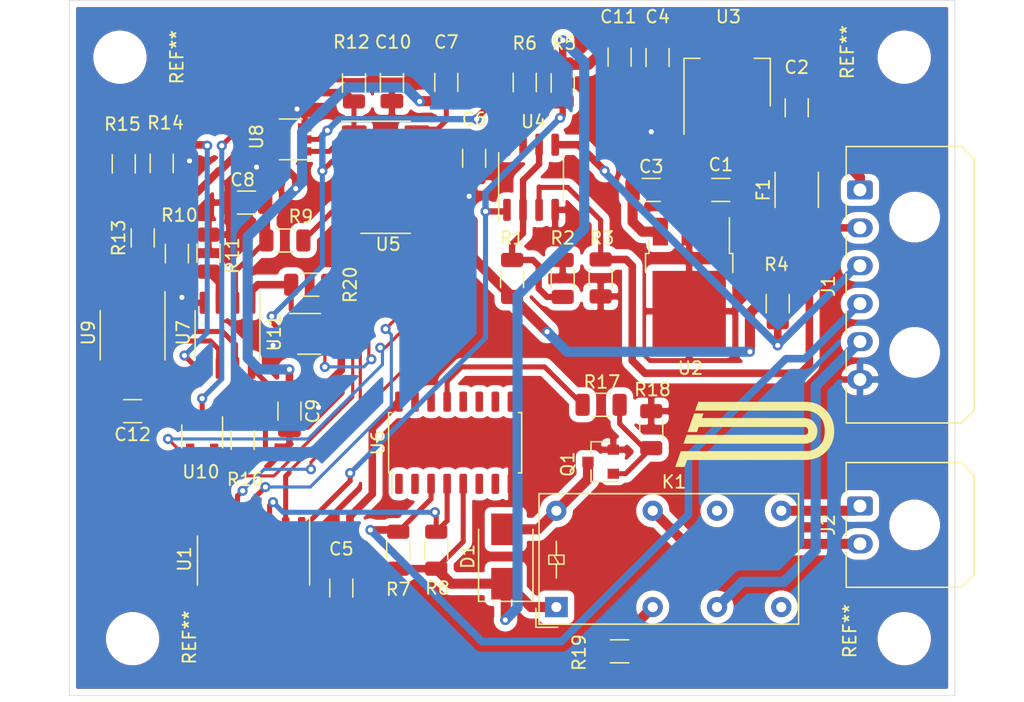
<source format=kicad_pcb>
(kicad_pcb (version 20171130) (host pcbnew "(5.1.4)-1")
  (layers (0 F.Cu signal) (31 B.Cu signal) (34 B.Paste user) (35 F.Paste user) (36 B.SilkS user) (37 F.SilkS user) (38 B.Mask user) (39 F.Mask user) (44 Edge.Cuts user))
  (net 0 "")
  (net 1 GND)
  (net 2 +24V)
  (net 3 +12V)
  (net 4 +5V)
  (net 5 "Net-(C8-Pad1)")
  (net 6 "Net-(C10-Pad1)")
  (net 7 "Net-(F1-Pad2)")
  (net 8 COCKPIT_LED)
  (net 9 EXT_RESET)
  (net 10 IMD_PWM_LS)
  (net 11 IMD_OK_HS)
  (net 12 SAFETY_2)
  (net 13 SAFETY_1)
  (net 14 "Net-(K1-Pad14)")
  (net 15 "Net-(K1-Pad11)")
  (net 16 "Net-(K1-Pad22)")
  (net 17 "Net-(Q1-Pad1)")
  (net 18 "Net-(R1-Pad2)")
  (net 19 OK_HS_TTL)
  (net 20 PWM_TTL)
  (net 21 "Net-(R8-Pad2)")
  (net 22 "Net-(R9-Pad2)")
  (net 23 "Net-(R10-Pad1)")
  (net 24 "Net-(R12-Pad2)")
  (net 25 "Net-(R13-Pad1)")
  (net 26 "Net-(R14-Pad1)")
  (net 27 "Net-(R16-Pad2)")
  (net 28 "Net-(R17-Pad2)")
  (net 29 PWM_OK)
  (net 30 "Net-(U5-Pad4)")
  (net 31 "Net-(U5-Pad2)")
  (net 32 "Net-(U6-Pad15)")
  (net 33 "Net-(U6-Pad14)")
  (net 34 "Net-(U6-Pad12)")
  (net 35 "Net-(U6-Pad11)")
  (net 36 "Net-(U6-Pad10)")
  (net 37 "Net-(U6-Pad9)")
  (net 38 "Net-(U6-Pad7)")
  (net 39 "Net-(U6-Pad6)")
  (net 40 "Net-(U6-Pad1)")
  (net 41 "Net-(D1-Pad2)")
  (net 42 "Net-(R20-Pad2)")
  (net 43 "Net-(U1-Pad6)")
  (net 44 "Net-(U1-Pad5)")
  (net 45 "Net-(U1-Pad4)")
  (net 46 "Net-(U1-Pad2)")
  (net 47 DUTY_OK)
  (module Logos:PUTM_LOGO_15mm (layer F.Cu) (at 178.8 101.7)
    (fp_text reference G*** hide)
    (fp_text value LOGO hide)
  )
  (module Package_SO:SOIC-14_3.9x8.7mm_P1.27mm (layer F.Cu) (at 150 81.5)
    (fp_text reference U5 (at 0.2 5.3) (layer F.SilkS))
    (fp_text value 74AC04SC)
    (pad 14 smd roundrect (at 2.475 -3.81) (size 1.95 0.6) (layers F.Cu F.Paste F.Mask) (net 4 +5V))
    (pad 13 smd roundrect (at 2.475 -2.54) (size 1.95 0.6) (layers F.Cu F.Paste F.Mask) (net 43 "Net-(U1-Pad6)"))
    (pad 12 smd roundrect (at 2.475 -1.27) (size 1.95 0.6) (layers F.Cu F.Paste F.Mask) (net 46 "Net-(U1-Pad2)"))
    (pad 11 smd roundrect (at 2.475 0) (size 1.95 0.6) (layers F.Cu F.Paste F.Mask) (net 47 DUTY_OK))
    (pad 10 smd roundrect (at 2.475 1.27) (size 1.95 0.6) (layers F.Cu F.Paste F.Mask) (net 44 "Net-(U1-Pad5)"))
    (pad 9 smd roundrect (at 2.475 2.54) (size 1.95 0.6) (layers F.Cu F.Paste F.Mask) (net 29 PWM_OK))
    (pad 8 smd roundrect (at 2.475 3.81) (size 1.95 0.6) (layers F.Cu F.Paste F.Mask) (net 45 "Net-(U1-Pad4)"))
    (pad 7 smd roundrect (at -2.475 3.81) (size 1.95 0.6) (layers F.Cu F.Paste F.Mask) (net 1 GND))
    (pad 6 smd roundrect (at -2.475 2.54) (size 1.95 0.6) (layers F.Cu F.Paste F.Mask) (net 22 "Net-(R9-Pad2)"))
    (pad 5 smd roundrect (at -2.475 1.27) (size 1.95 0.6) (layers F.Cu F.Paste F.Mask) (net 30 "Net-(U5-Pad4)"))
    (pad 4 smd roundrect (at -2.475 0) (size 1.95 0.6) (layers F.Cu F.Paste F.Mask) (net 30 "Net-(U5-Pad4)"))
    (pad 3 smd roundrect (at -2.475 -1.27) (size 1.95 0.6) (layers F.Cu F.Paste F.Mask) (net 20 PWM_TTL))
    (pad 2 smd roundrect (at -2.475 -2.54) (size 1.95 0.6) (layers F.Cu F.Paste F.Mask) (net 31 "Net-(U5-Pad2)"))
    (pad 1 smd roundrect (at -2.475 -3.81) (size 1.95 0.6) (layers F.Cu F.Paste F.Mask) (net 24 "Net-(R12-Pad2)"))
  )
  (module MountingHole:MountingHole_3.2mm_M3 (layer F.Cu) (at 191 72)
    (fp_text reference REF** (at -4.5 -0.4 90) (layer F.SilkS))
    (fp_text value MountingHole_3.2mm_M3)
    (pad 1 np_thru_hole circle (at 0 0) (size 3.2 3.2) (drill 3.2) (layers *.Cu *.Mask))
  )
  (module MountingHole:MountingHole_3.2mm_M3 (layer F.Cu) (at 129 72)
    (fp_text reference REF** (at 4.5 0 90) (layer F.SilkS))
    (fp_text value MountingHole_3.2mm_M3)
    (pad 1 np_thru_hole circle (at 0 0) (size 3.2 3.2) (drill 3.2) (layers *.Cu *.Mask))
  )
  (module MountingHole:MountingHole_3.2mm_M3 (layer F.Cu) (at 191 118)
    (fp_text reference REF** (at -4.3 -0.6 90) (layer F.SilkS))
    (fp_text value MountingHole_3.2mm_M3)
    (pad 1 np_thru_hole circle (at 0 0) (size 3.2 3.2) (drill 3.2) (layers *.Cu *.Mask))
  )
  (module MountingHole:MountingHole_3.2mm_M3 (layer F.Cu) (at 130 118)
    (fp_text reference REF** (at 4.5 -0.1 90) (layer F.SilkS))
    (fp_text value MountingHole_3.2mm_M3)
    (pad 1 np_thru_hole circle (at 0 0) (size 3.2 3.2) (drill 3.2) (layers *.Cu *.Mask))
  )
  (module Capacitor_SMD:C_1206_3216Metric (layer F.Cu) (at 176.5 82.5 180)
    (fp_text reference C1 (at 0 2) (layer F.SilkS))
    (fp_text value 1u/35V)
    (pad 2 smd roundrect (at 1.475 0 180) (size 1.15 1.8) (layers F.Cu F.Paste F.Mask) (roundrect_rratio 0.2173904347826087) (net 1 GND))
    (pad 1 smd roundrect (at -1.475 0 180) (size 1.15 1.8) (layers F.Cu F.Paste F.Mask) (roundrect_rratio 0.2173904347826087) (net 2 +24V))
  )
  (module Capacitor_SMD:C_1206_3216Metric (layer F.Cu) (at 182.5 76 90)
    (fp_text reference C2 (at 3.2 0 180) (layer F.SilkS))
    (fp_text value 1u/35V)
    (pad 1 smd roundrect (at -1.475 0 90) (size 1.15 1.8) (layers F.Cu F.Paste F.Mask) (roundrect_rratio 0.2173904347826087) (net 3 +12V))
    (pad 2 smd roundrect (at 1.475 0 90) (size 1.15 1.8) (layers F.Cu F.Paste F.Mask) (roundrect_rratio 0.2173904347826087) (net 1 GND))
  )
  (module Capacitor_SMD:C_1206_3216Metric (layer F.Cu) (at 171 82.5)
    (fp_text reference C3 (at 0 -1.85) (layer F.SilkS))
    (fp_text value 1u/35V)
    (pad 1 smd roundrect (at -1.475 0) (size 1.15 1.8) (layers F.Cu F.Paste F.Mask) (roundrect_rratio 0.2173904347826087) (net 3 +12V))
    (pad 2 smd roundrect (at 1.475 0) (size 1.15 1.8) (layers F.Cu F.Paste F.Mask) (roundrect_rratio 0.2173904347826087) (net 1 GND))
  )
  (module Capacitor_SMD:C_1206_3216Metric (layer F.Cu) (at 171.5 72.025 270)
    (fp_text reference C4 (at -3.225 0 180) (layer F.SilkS))
    (fp_text value 1u/35V)
    (pad 2 smd roundrect (at 1.475 0 270) (size 1.15 1.8) (layers F.Cu F.Paste F.Mask) (roundrect_rratio 0.2173904347826087) (net 1 GND))
    (pad 1 smd roundrect (at -1.475 0 270) (size 1.15 1.8) (layers F.Cu F.Paste F.Mask) (roundrect_rratio 0.2173904347826087) (net 4 +5V))
  )
  (module Capacitor_SMD:C_1206_3216Metric (layer F.Cu) (at 146.5 114 90)
    (fp_text reference C5 (at 3.1 0 180) (layer F.SilkS))
    (fp_text value 100nF/35V)
    (pad 2 smd roundrect (at 1.475 0 90) (size 1.15 1.8) (layers F.Cu F.Paste F.Mask) (roundrect_rratio 0.2173904347826087) (net 1 GND))
    (pad 1 smd roundrect (at -1.475 0 90) (size 1.15 1.8) (layers F.Cu F.Paste F.Mask) (roundrect_rratio 0.2173904347826087) (net 4 +5V))
  )
  (module Capacitor_SMD:C_1206_3216Metric (layer F.Cu) (at 157 80 270)
    (fp_text reference C6 (at -3.1 0 180) (layer F.SilkS))
    (fp_text value 100nF/35V)
    (pad 1 smd roundrect (at -1.475 0 270) (size 1.15 1.8) (layers F.Cu F.Paste F.Mask) (roundrect_rratio 0.2173904347826087) (net 2 +24V))
    (pad 2 smd roundrect (at 1.475 0 270) (size 1.15 1.8) (layers F.Cu F.Paste F.Mask) (roundrect_rratio 0.2173904347826087) (net 1 GND))
  )
  (module Capacitor_SMD:C_1206_3216Metric (layer F.Cu) (at 154.8 74 90)
    (fp_text reference C7 (at 3.2 0 180) (layer F.SilkS))
    (fp_text value 100nF/35V)
    (pad 2 smd roundrect (at 1.475 0 90) (size 1.15 1.8) (layers F.Cu F.Paste F.Mask) (roundrect_rratio 0.2173904347826087) (net 1 GND))
    (pad 1 smd roundrect (at -1.475 0 90) (size 1.15 1.8) (layers F.Cu F.Paste F.Mask) (roundrect_rratio 0.2173904347826087) (net 4 +5V))
  )
  (module Capacitor_SMD:C_1206_3216Metric (layer F.Cu) (at 139 83.5 180)
    (fp_text reference C8 (at 0.3 1.8) (layer F.SilkS))
    (fp_text value 1u/35V)
    (pad 1 smd roundrect (at -1.475 0 180) (size 1.15 1.8) (layers F.Cu F.Paste F.Mask) (roundrect_rratio 0.2173904347826087) (net 5 "Net-(C8-Pad1)"))
    (pad 2 smd roundrect (at 1.475 0 180) (size 1.15 1.8) (layers F.Cu F.Paste F.Mask) (roundrect_rratio 0.2173904347826087) (net 1 GND))
  )
  (module Capacitor_SMD:C_1206_3216Metric (layer F.Cu) (at 142.4 100 270)
    (fp_text reference C9 (at 0 -1.85 90) (layer F.SilkS))
    (fp_text value 100nF/35V)
    (pad 2 smd roundrect (at 1.475 0 270) (size 1.15 1.8) (layers F.Cu F.Paste F.Mask) (roundrect_rratio 0.2173904347826087) (net 1 GND))
    (pad 1 smd roundrect (at -1.475 0 270) (size 1.15 1.8) (layers F.Cu F.Paste F.Mask) (roundrect_rratio 0.2173904347826087) (net 4 +5V))
  )
  (module Capacitor_SMD:C_1206_3216Metric (layer F.Cu) (at 150.5 74 270)
    (fp_text reference C10 (at -3.2 -0.1 180) (layer F.SilkS))
    (fp_text value 1u/35V)
    (pad 2 smd roundrect (at 1.475 0 270) (size 1.15 1.8) (layers F.Cu F.Paste F.Mask) (roundrect_rratio 0.2173904347826087) (net 1 GND))
    (pad 1 smd roundrect (at -1.475 0 270) (size 1.15 1.8) (layers F.Cu F.Paste F.Mask) (roundrect_rratio 0.2173904347826087) (net 6 "Net-(C10-Pad1)"))
  )
  (module Capacitor_SMD:C_1206_3216Metric (layer F.Cu) (at 168.5 72 270)
    (fp_text reference C11 (at -3.2 0.1 180) (layer F.SilkS))
    (fp_text value 100nF/35V)
    (pad 1 smd roundrect (at -1.475 0 270) (size 1.15 1.8) (layers F.Cu F.Paste F.Mask) (roundrect_rratio 0.2173904347826087) (net 4 +5V))
    (pad 2 smd roundrect (at 1.475 0 270) (size 1.15 1.8) (layers F.Cu F.Paste F.Mask) (roundrect_rratio 0.2173904347826087) (net 1 GND))
  )
  (module Capacitor_SMD:C_1206_3216Metric (layer F.Cu) (at 130 100 180)
    (fp_text reference C12 (at 0 -1.85) (layer F.SilkS))
    (fp_text value 100nF/35V)
    (pad 1 smd roundrect (at -1.475 0 180) (size 1.15 1.8) (layers F.Cu F.Paste F.Mask) (roundrect_rratio 0.2173904347826087) (net 4 +5V))
    (pad 2 smd roundrect (at 1.475 0 180) (size 1.15 1.8) (layers F.Cu F.Paste F.Mask) (roundrect_rratio 0.2173904347826087) (net 1 GND))
  )
  (module Diode_SMD:D_SMB (layer F.Cu) (at 159.5 111.5 90)
    (fp_text reference D1 (at 0 -3 90) (layer F.SilkS))
    (fp_text value D_Small)
    (pad 1 smd rect (at -2.15 0 90) (size 2.5 2.3) (layers F.Cu F.Paste F.Mask) (net 4 +5V))
    (pad 2 smd rect (at 2.15 0 90) (size 2.5 2.3) (layers F.Cu F.Paste F.Mask) (net 41 "Net-(D1-Pad2)"))
  )
  (module Fuse:Fuse_1812_4532Metric (layer F.Cu) (at 182.5 82.5 90)
    (fp_text reference F1 (at 0 -2.65 90) (layer F.SilkS))
    (fp_text value Fuse)
    (pad 1 smd roundrect (at -2.1375 0 90) (size 1.125 3.4) (layers F.Cu F.Paste F.Mask) (roundrect_rratio 0.2222213333333333) (net 2 +24V))
    (pad 2 smd roundrect (at 2.1375 0 90) (size 1.125 3.4) (layers F.Cu F.Paste F.Mask) (roundrect_rratio 0.2222213333333333) (net 7 "Net-(F1-Pad2)"))
  )
  (module Connector_Molex:Molex_Micro-Fit_3.0_43650-0600_1x06_P3.00mm_Horizontal (layer F.Cu) (at 187.5 82.5 270)
    (fp_text reference J1 (at 7.6 2.5 90) (layer F.SilkS))
    (fp_text value Conn_01x06)
    (pad "" np_thru_hole circle (at 2.15 -4.32 270) (size 3 3) (drill 3) (layers *.Cu *.Mask))
    (pad "" np_thru_hole circle (at 12.85 -4.32 270) (size 3 3) (drill 3) (layers *.Cu *.Mask))
    (pad 1 thru_hole roundrect (at 0 0 270) (size 1.5 2.02) (drill 1.02) (layers *.Cu *.Mask) (roundrect_rratio 0.1666666666666667) (net 7 "Net-(F1-Pad2)"))
    (pad 2 thru_hole oval (at 3 0 270) (size 1.5 2.02) (drill 1.02) (layers *.Cu *.Mask) (net 11 IMD_OK_HS))
    (pad 3 thru_hole oval (at 6 0 270) (size 1.5 2.02) (drill 1.02) (layers *.Cu *.Mask) (net 10 IMD_PWM_LS))
    (pad 4 thru_hole oval (at 9 0 270) (size 1.5 2.02) (drill 1.02) (layers *.Cu *.Mask) (net 9 EXT_RESET))
    (pad 5 thru_hole oval (at 12 0 270) (size 1.5 2.02) (drill 1.02) (layers *.Cu *.Mask) (net 8 COCKPIT_LED))
    (pad 6 thru_hole oval (at 15 0 270) (size 1.5 2.02) (drill 1.02) (layers *.Cu *.Mask) (net 1 GND))
  )
  (module Connector_Molex:Molex_Micro-Fit_3.0_43650-0200_1x02_P3.00mm_Horizontal (layer F.Cu) (at 187.5 107.5 270)
    (fp_text reference J2 (at 1.5 2.5 90) (layer F.SilkS))
    (fp_text value Conn_01x02)
    (pad "" np_thru_hole circle (at 1.5 -4.32 270) (size 3 3) (drill 3) (layers *.Cu *.Mask))
    (pad 1 thru_hole roundrect (at 0 0 270) (size 1.5 2.02) (drill 1.02) (layers *.Cu *.Mask) (roundrect_rratio 0.1666666666666667) (net 13 SAFETY_1))
    (pad 2 thru_hole oval (at 3 0 270) (size 1.5 2.02) (drill 1.02) (layers *.Cu *.Mask) (net 12 SAFETY_2))
  )
  (module Relay_THT:Relay_DPDT_Finder_30.22 (layer F.Cu) (at 163.5 115.5)
    (fp_text reference K1 (at 9.3 -9.9) (layer F.SilkS))
    (fp_text value FINDER-30.22.7.005.0010)
    (pad 21 thru_hole circle (at 7.62 -7.62 90) (size 1.6 1.6) (drill 0.8) (layers *.Cu *.Mask) (net 12 SAFETY_2))
    (pad 22 thru_hole circle (at 12.7 -7.62 90) (size 1.6 1.6) (drill 0.8) (layers *.Cu *.Mask) (net 16 "Net-(K1-Pad22)"))
    (pad 24 thru_hole circle (at 17.78 -7.62 180) (size 1.6 1.6) (drill 0.8) (layers *.Cu *.Mask) (net 13 SAFETY_1))
    (pad A1 thru_hole rect (at 0 0 90) (size 1.6 1.8) (drill 0.8) (layers *.Cu *.Mask) (net 4 +5V))
    (pad A2 thru_hole circle (at 0 -7.62 90) (size 1.6 1.6) (drill 0.8) (layers *.Cu *.Mask) (net 41 "Net-(D1-Pad2)"))
    (pad 11 thru_hole circle (at 7.62 0 90) (size 1.6 1.6) (drill 0.8) (layers *.Cu *.Mask) (net 15 "Net-(K1-Pad11)"))
    (pad 14 thru_hole circle (at 17.78 0 90) (size 1.6 1.6) (drill 0.8) (layers *.Cu *.Mask) (net 14 "Net-(K1-Pad14)"))
    (pad 12 thru_hole circle (at 12.7 0 90) (size 1.6 1.6) (drill 0.8) (layers *.Cu *.Mask) (net 8 COCKPIT_LED))
  )
  (module Package_TO_SOT_SMD:SOT-23 (layer F.Cu) (at 167 104 180)
    (fp_text reference Q1 (at 2.6 -0.2 90) (layer F.SilkS))
    (fp_text value 2N7002)
    (pad 1 smd rect (at -1 -0.95 180) (size 0.9 0.8) (layers F.Cu F.Paste F.Mask) (net 17 "Net-(Q1-Pad1)"))
    (pad 2 smd rect (at -1 0.95 180) (size 0.9 0.8) (layers F.Cu F.Paste F.Mask) (net 1 GND))
    (pad 3 smd rect (at 1 0 180) (size 0.9 0.8) (layers F.Cu F.Paste F.Mask) (net 41 "Net-(D1-Pad2)"))
  )
  (module Resistor_SMD:R_1206_3216Metric (layer F.Cu) (at 160 89.5 90)
    (fp_text reference R1 (at 3.2 0 180) (layer F.SilkS))
    (fp_text value 10K)
    (pad 1 smd roundrect (at -1.4625 0 90) (size 1.125 1.75) (layers F.Cu F.Paste F.Mask) (roundrect_rratio 0.2222213333333333) (net 2 +24V))
    (pad 2 smd roundrect (at 1.4625 0 90) (size 1.125 1.75) (layers F.Cu F.Paste F.Mask) (roundrect_rratio 0.2222213333333333) (net 18 "Net-(R1-Pad2)"))
  )
  (module Resistor_SMD:R_1206_3216Metric (layer F.Cu) (at 164 89.5 90)
    (fp_text reference R2 (at 3.2 0 180) (layer F.SilkS))
    (fp_text value 10K)
    (pad 1 smd roundrect (at -1.4625 0 90) (size 1.125 1.75) (layers F.Cu F.Paste F.Mask) (roundrect_rratio 0.2222213333333333) (net 18 "Net-(R1-Pad2)"))
    (pad 2 smd roundrect (at 1.4625 0 90) (size 1.125 1.75) (layers F.Cu F.Paste F.Mask) (roundrect_rratio 0.2222213333333333) (net 1 GND))
  )
  (module Resistor_SMD:R_1206_3216Metric (layer F.Cu) (at 167 89.4625 270)
    (fp_text reference R3 (at -3.1625 -0.1 180) (layer F.SilkS))
    (fp_text value 2.2K)
    (pad 1 smd roundrect (at -1.4625 0 270) (size 1.125 1.75) (layers F.Cu F.Paste F.Mask) (roundrect_rratio 0.2222213333333333) (net 11 IMD_OK_HS))
    (pad 2 smd roundrect (at 1.4625 0 270) (size 1.125 1.75) (layers F.Cu F.Paste F.Mask) (roundrect_rratio 0.2222213333333333) (net 1 GND))
  )
  (module Resistor_SMD:R_1206_3216Metric (layer F.Cu) (at 181 91.5 270)
    (fp_text reference R4 (at -3.1 0.1 180) (layer F.SilkS))
    (fp_text value 2.2K)
    (pad 2 smd roundrect (at 1.4625 0 270) (size 1.125 1.75) (layers F.Cu F.Paste F.Mask) (roundrect_rratio 0.2222213333333333) (net 10 IMD_PWM_LS))
    (pad 1 smd roundrect (at -1.4625 0 270) (size 1.125 1.75) (layers F.Cu F.Paste F.Mask) (roundrect_rratio 0.2222213333333333) (net 2 +24V))
  )
  (module Resistor_SMD:R_1206_3216Metric (layer F.Cu) (at 164 74.0375 270)
    (fp_text reference R5 (at -3.1375 -0.1 180) (layer F.SilkS))
    (fp_text value 2.2K)
    (pad 2 smd roundrect (at 1.4625 0 270) (size 1.125 1.75) (layers F.Cu F.Paste F.Mask) (roundrect_rratio 0.2222213333333333) (net 19 OK_HS_TTL))
    (pad 1 smd roundrect (at -1.4625 0 270) (size 1.125 1.75) (layers F.Cu F.Paste F.Mask) (roundrect_rratio 0.2222213333333333) (net 4 +5V))
  )
  (module Resistor_SMD:R_1206_3216Metric (layer F.Cu) (at 161 74 270)
    (fp_text reference R6 (at -3.1 0 180) (layer F.SilkS))
    (fp_text value 2.2K)
    (pad 1 smd roundrect (at -1.4625 0 270) (size 1.125 1.75) (layers F.Cu F.Paste F.Mask) (roundrect_rratio 0.2222213333333333) (net 4 +5V))
    (pad 2 smd roundrect (at 1.4625 0 270) (size 1.125 1.75) (layers F.Cu F.Paste F.Mask) (roundrect_rratio 0.2222213333333333) (net 20 PWM_TTL))
  )
  (module Resistor_SMD:R_1206_3216Metric (layer F.Cu) (at 151 111 90)
    (fp_text reference R7 (at -3.1 0 180) (layer F.SilkS))
    (fp_text value 2.2K)
    (pad 2 smd roundrect (at 1.4625 0 90) (size 1.125 1.75) (layers F.Cu F.Paste F.Mask) (roundrect_rratio 0.2222213333333333) (net 9 EXT_RESET))
    (pad 1 smd roundrect (at -1.4625 0 90) (size 1.125 1.75) (layers F.Cu F.Paste F.Mask) (roundrect_rratio 0.2222213333333333) (net 4 +5V))
  )
  (module Resistor_SMD:R_1206_3216Metric (layer F.Cu) (at 154 111 90)
    (fp_text reference R8 (at -3 0.1 180) (layer F.SilkS))
    (fp_text value 2.2K)
    (pad 2 smd roundrect (at 1.4625 0 90) (size 1.125 1.75) (layers F.Cu F.Paste F.Mask) (roundrect_rratio 0.2222213333333333) (net 21 "Net-(R8-Pad2)"))
    (pad 1 smd roundrect (at -1.4625 0 90) (size 1.125 1.75) (layers F.Cu F.Paste F.Mask) (roundrect_rratio 0.2222213333333333) (net 4 +5V))
  )
  (module Resistor_SMD:R_1206_3216Metric (layer F.Cu) (at 142.0375 86.5)
    (fp_text reference R9 (at 1.2625 -1.9) (layer F.SilkS))
    (fp_text value 47K)
    (pad 1 smd roundrect (at -1.4625 0) (size 1.125 1.75) (layers F.Cu F.Paste F.Mask) (roundrect_rratio 0.2222213333333333) (net 5 "Net-(C8-Pad1)"))
    (pad 2 smd roundrect (at 1.4625 0) (size 1.125 1.75) (layers F.Cu F.Paste F.Mask) (roundrect_rratio 0.2222213333333333) (net 22 "Net-(R9-Pad2)"))
  )
  (module Resistor_SMD:R_1206_3216Metric (layer F.Cu) (at 133.5 87.5375 90)
    (fp_text reference R10 (at 3.0375 0.2 180) (layer F.SilkS))
    (fp_text value 400K)
    (pad 1 smd roundrect (at -1.4625 0 90) (size 1.125 1.75) (layers F.Cu F.Paste F.Mask) (roundrect_rratio 0.2222213333333333) (net 23 "Net-(R10-Pad1)"))
    (pad 2 smd roundrect (at 1.4625 0 90) (size 1.125 1.75) (layers F.Cu F.Paste F.Mask) (roundrect_rratio 0.2222213333333333) (net 4 +5V))
  )
  (module Resistor_SMD:R_1206_3216Metric (layer F.Cu) (at 136 87.5 270)
    (fp_text reference R11 (at 0.2 -1.9 270) (layer F.SilkS))
    (fp_text value 100K)
    (pad 2 smd roundrect (at 1.4625 0 270) (size 1.125 1.75) (layers F.Cu F.Paste F.Mask) (roundrect_rratio 0.2222213333333333) (net 23 "Net-(R10-Pad1)"))
    (pad 1 smd roundrect (at -1.4625 0 270) (size 1.125 1.75) (layers F.Cu F.Paste F.Mask) (roundrect_rratio 0.2222213333333333) (net 1 GND))
  )
  (module Resistor_SMD:R_1206_3216Metric (layer F.Cu) (at 147.5 74.0375 270)
    (fp_text reference R12 (at -3.2375 0.2 180) (layer F.SilkS))
    (fp_text value 47K)
    (pad 2 smd roundrect (at 1.4625 0 270) (size 1.125 1.75) (layers F.Cu F.Paste F.Mask) (roundrect_rratio 0.2222213333333333) (net 24 "Net-(R12-Pad2)"))
    (pad 1 smd roundrect (at -1.4625 0 270) (size 1.125 1.75) (layers F.Cu F.Paste F.Mask) (roundrect_rratio 0.2222213333333333) (net 6 "Net-(C10-Pad1)"))
  )
  (module Resistor_SMD:R_1206_3216Metric (layer F.Cu) (at 130.8 86.3 270)
    (fp_text reference R13 (at 0 1.9 90) (layer F.SilkS))
    (fp_text value 300K)
    (pad 2 smd roundrect (at 1.4625 0 270) (size 1.125 1.75) (layers F.Cu F.Paste F.Mask) (roundrect_rratio 0.2222213333333333) (net 4 +5V))
    (pad 1 smd roundrect (at -1.4625 0 270) (size 1.125 1.75) (layers F.Cu F.Paste F.Mask) (roundrect_rratio 0.2222213333333333) (net 25 "Net-(R13-Pad1)"))
  )
  (module Resistor_SMD:R_1206_3216Metric (layer F.Cu) (at 132.3 80.4 270)
    (fp_text reference R14 (at -3.2 -0.3 180) (layer F.SilkS))
    (fp_text value 150K)
    (pad 2 smd roundrect (at 1.4625 0 270) (size 1.125 1.75) (layers F.Cu F.Paste F.Mask) (roundrect_rratio 0.2222213333333333) (net 25 "Net-(R13-Pad1)"))
    (pad 1 smd roundrect (at -1.4625 0 270) (size 1.125 1.75) (layers F.Cu F.Paste F.Mask) (roundrect_rratio 0.2222213333333333) (net 26 "Net-(R14-Pad1)"))
  )
  (module Resistor_SMD:R_1206_3216Metric (layer F.Cu) (at 129.3 80.4375 90)
    (fp_text reference R15 (at 3.1375 -0.1 180) (layer F.SilkS))
    (fp_text value 47K)
    (pad 1 smd roundrect (at -1.4625 0 90) (size 1.125 1.75) (layers F.Cu F.Paste F.Mask) (roundrect_rratio 0.2222213333333333) (net 1 GND))
    (pad 2 smd roundrect (at 1.4625 0 90) (size 1.125 1.75) (layers F.Cu F.Paste F.Mask) (roundrect_rratio 0.2222213333333333) (net 26 "Net-(R14-Pad1)"))
  )
  (module Resistor_SMD:R_1206_3216Metric (layer F.Cu) (at 138.7 102.3 90)
    (fp_text reference R16 (at -3.1 0.2) (layer F.SilkS))
    (fp_text value 2.2K)
    (pad 1 smd roundrect (at -1.4625 0 90) (size 1.125 1.75) (layers F.Cu F.Paste F.Mask) (roundrect_rratio 0.2222213333333333) (net 4 +5V))
    (pad 2 smd roundrect (at 1.4625 0 90) (size 1.125 1.75) (layers F.Cu F.Paste F.Mask) (roundrect_rratio 0.2222213333333333) (net 27 "Net-(R16-Pad2)"))
  )
  (module Resistor_SMD:R_1206_3216Metric (layer F.Cu) (at 167.0375 99.5 180)
    (fp_text reference R17 (at -0.0625 1.8) (layer F.SilkS))
    (fp_text value 100)
    (pad 2 smd roundrect (at 1.4625 0 180) (size 1.125 1.75) (layers F.Cu F.Paste F.Mask) (roundrect_rratio 0.2222213333333333) (net 28 "Net-(R17-Pad2)"))
    (pad 1 smd roundrect (at -1.4625 0 180) (size 1.125 1.75) (layers F.Cu F.Paste F.Mask) (roundrect_rratio 0.2222213333333333) (net 17 "Net-(Q1-Pad1)"))
  )
  (module Resistor_SMD:R_1206_3216Metric (layer F.Cu) (at 171 101.4625 270)
    (fp_text reference R18 (at -3.1625 -0.1 180) (layer F.SilkS))
    (fp_text value 10K)
    (pad 1 smd roundrect (at -1.4625 0 270) (size 1.125 1.75) (layers F.Cu F.Paste F.Mask) (roundrect_rratio 0.2222213333333333) (net 1 GND))
    (pad 2 smd roundrect (at 1.4625 0 270) (size 1.125 1.75) (layers F.Cu F.Paste F.Mask) (roundrect_rratio 0.2222213333333333) (net 17 "Net-(Q1-Pad1)"))
  )
  (module Resistor_SMD:R_1206_3216Metric (layer F.Cu) (at 168.5 119)
    (fp_text reference R19 (at -3.2 0.1 90) (layer F.SilkS))
    (fp_text value 1K)
    (pad 1 smd roundrect (at -1.4625 0) (size 1.125 1.75) (layers F.Cu F.Paste F.Mask) (roundrect_rratio 0.2222213333333333) (net 1 GND))
    (pad 2 smd roundrect (at 1.4625 0) (size 1.125 1.75) (layers F.Cu F.Paste F.Mask) (roundrect_rratio 0.2222213333333333) (net 15 "Net-(K1-Pad11)"))
  )
  (module Resistor_SMD:R_1206_3216Metric (layer F.Cu) (at 144 90 180)
    (fp_text reference R20 (at -3.2 0 90) (layer F.SilkS))
    (fp_text value 2.2K)
    (pad 2 smd roundrect (at 1.4625 0 180) (size 1.125 1.75) (layers F.Cu F.Paste F.Mask) (roundrect_rratio 0.2222213333333333) (net 42 "Net-(R20-Pad2)"))
    (pad 1 smd roundrect (at -1.4625 0 180) (size 1.125 1.75) (layers F.Cu F.Paste F.Mask) (roundrect_rratio 0.2222213333333333) (net 4 +5V))
  )
  (module Package_SO:SOIC-14_3.9x8.7mm_P1.27mm (layer F.Cu) (at 139.5603 111.8235 270)
    (fp_text reference U1 (at -0.1235 5.4603 90) (layer F.SilkS))
    (fp_text value SN74LS32D)
    (pad 1 smd roundrect (at -2.475 -3.81 270) (size 1.95 0.6) (layers F.Cu F.Paste F.Mask) (net 19 OK_HS_TTL))
    (pad 2 smd roundrect (at -2.475 -2.54 270) (size 1.95 0.6) (layers F.Cu F.Paste F.Mask) (net 46 "Net-(U1-Pad2)"))
    (pad 3 smd roundrect (at -2.475 -1.27 270) (size 1.95 0.6) (layers F.Cu F.Paste F.Mask) (net 21 "Net-(R8-Pad2)"))
    (pad 4 smd roundrect (at -2.475 0 270) (size 1.95 0.6) (layers F.Cu F.Paste F.Mask) (net 45 "Net-(U1-Pad4)"))
    (pad 5 smd roundrect (at -2.475 1.27 270) (size 1.95 0.6) (layers F.Cu F.Paste F.Mask) (net 44 "Net-(U1-Pad5)"))
    (pad 6 smd roundrect (at -2.475 2.54 270) (size 1.95 0.6) (layers F.Cu F.Paste F.Mask) (net 43 "Net-(U1-Pad6)"))
    (pad 7 smd roundrect (at -2.475 3.81 270) (size 1.95 0.6) (layers F.Cu F.Paste F.Mask) (net 1 GND))
    (pad 8 smd roundrect (at 2.475 3.81 270) (size 1.95 0.6) (layers F.Cu F.Paste F.Mask))
    (pad 9 smd roundrect (at 2.475 2.54 270) (size 1.95 0.6) (layers F.Cu F.Paste F.Mask))
    (pad 10 smd roundrect (at 2.475 1.27 270) (size 1.95 0.6) (layers F.Cu F.Paste F.Mask))
    (pad 11 smd roundrect (at 2.475 0 270) (size 1.95 0.6) (layers F.Cu F.Paste F.Mask))
    (pad 12 smd roundrect (at 2.475 -1.27 270) (size 1.95 0.6) (layers F.Cu F.Paste F.Mask))
    (pad 13 smd roundrect (at 2.475 -2.54 270) (size 1.95 0.6) (layers F.Cu F.Paste F.Mask))
    (pad 14 smd roundrect (at 2.475 -3.81 270) (size 1.95 0.6) (layers F.Cu F.Paste F.Mask) (net 4 +5V))
  )
  (module Package_TO_SOT_SMD:TO-252-3_TabPin2 (layer F.Cu) (at 174 90 270)
    (fp_text reference U2 (at 6.6 -0.1) (layer F.SilkS))
    (fp_text value MC78M12CDTG)
    (pad 1 smd rect (at -4.2 -2.28 270) (size 2.2 1.2) (layers F.Cu F.Paste F.Mask) (net 2 +24V))
    (pad 2 smd rect (at -4.2 0 270) (size 2.2 1.2) (layers F.Cu F.Paste F.Mask) (net 1 GND))
    (pad 3 smd rect (at -4.2 2.28 270) (size 2.2 1.2) (layers F.Cu F.Paste F.Mask) (net 3 +12V))
    (pad 2 smd rect (at 2.1 0 270) (size 6.4 5.8) (layers F.Cu F.Mask) (net 1 GND))
  )
  (module Package_TO_SOT_SMD:SOT-223-3_TabPin2 (layer F.Cu) (at 177 74 90)
    (fp_text reference U3 (at 5.2 0.1 180) (layer F.SilkS))
    (fp_text value LM1117IMP-5.0)
    (pad 2 smd rect (at 3.15 0 90) (size 2 3.8) (layers F.Cu F.Paste F.Mask) (net 4 +5V))
    (pad 2 smd rect (at -3.15 0 90) (size 2 1.5) (layers F.Cu F.Paste F.Mask) (net 4 +5V))
    (pad 3 smd rect (at -3.15 2.3 90) (size 2 1.5) (layers F.Cu F.Paste F.Mask) (net 3 +12V))
    (pad 1 smd rect (at -3.15 -2.3 90) (size 2 1.5) (layers F.Cu F.Paste F.Mask) (net 1 GND))
  )
  (module Package_SO:SO-8_3.9x4.9mm_P1.27mm (layer F.Cu) (at 161.5 81.5 90)
    (fp_text reference U4 (at 4.4 0.2 180) (layer F.SilkS))
    (fp_text value LM393)
    (pad 1 smd roundrect (at -2.575 -1.905 90) (size 1.75 0.6) (layers F.Cu F.Paste F.Mask) (net 19 OK_HS_TTL))
    (pad 2 smd roundrect (at -2.575 -0.635 90) (size 1.75 0.6) (layers F.Cu F.Paste F.Mask) (net 18 "Net-(R1-Pad2)"))
    (pad 3 smd roundrect (at -2.575 0.635 90) (size 1.75 0.6) (layers F.Cu F.Paste F.Mask) (net 11 IMD_OK_HS))
    (pad 4 smd roundrect (at -2.575 1.905 90) (size 1.75 0.6) (layers F.Cu F.Paste F.Mask) (net 1 GND))
    (pad 5 smd roundrect (at 2.575 1.905 90) (size 1.75 0.6) (layers F.Cu F.Paste F.Mask) (net 10 IMD_PWM_LS))
    (pad 6 smd roundrect (at 2.575 0.635 90) (size 1.75 0.6) (layers F.Cu F.Paste F.Mask) (net 18 "Net-(R1-Pad2)"))
    (pad 7 smd roundrect (at 2.575 -0.635 90) (size 1.75 0.6) (layers F.Cu F.Paste F.Mask) (net 20 PWM_TTL))
    (pad 8 smd roundrect (at 2.575 -1.905 90) (size 1.75 0.6) (layers F.Cu F.Paste F.Mask) (net 2 +24V))
  )
  (module Package_SO:SOP-16_4.55x10.3mm_P1.27mm (layer F.Cu) (at 155.5 102.5 90)
    (fp_text reference U6 (at 0 -6.1 90) (layer F.SilkS))
    (fp_text value CD4044BD)
    (pad 1 smd roundrect (at -3.25 -4.445 90) (size 1.6 0.6) (layers F.Cu F.Paste F.Mask) (net 40 "Net-(U6-Pad1)"))
    (pad 2 smd roundrect (at -3.25 -3.175 90) (size 1.6 0.6) (layers F.Cu F.Paste F.Mask))
    (pad 3 smd roundrect (at -3.25 -1.905 90) (size 1.6 0.6) (layers F.Cu F.Paste F.Mask) (net 9 EXT_RESET))
    (pad 4 smd roundrect (at -3.25 -0.635 90) (size 1.6 0.6) (layers F.Cu F.Paste F.Mask) (net 21 "Net-(R8-Pad2)"))
    (pad 5 smd roundrect (at -3.25 0.635 90) (size 1.6 0.6) (layers F.Cu F.Paste F.Mask) (net 4 +5V))
    (pad 6 smd roundrect (at -3.25 1.905 90) (size 1.6 0.6) (layers F.Cu F.Paste F.Mask) (net 39 "Net-(U6-Pad6)"))
    (pad 7 smd roundrect (at -3.25 3.175 90) (size 1.6 0.6) (layers F.Cu F.Paste F.Mask) (net 38 "Net-(U6-Pad7)"))
    (pad 8 smd roundrect (at -3.25 4.445 90) (size 1.6 0.6) (layers F.Cu F.Paste F.Mask) (net 1 GND))
    (pad 9 smd roundrect (at 3.25 4.445 90) (size 1.6 0.6) (layers F.Cu F.Paste F.Mask) (net 37 "Net-(U6-Pad9)"))
    (pad 10 smd roundrect (at 3.25 3.175 90) (size 1.6 0.6) (layers F.Cu F.Paste F.Mask) (net 36 "Net-(U6-Pad10)"))
    (pad 11 smd roundrect (at 3.25 1.905 90) (size 1.6 0.6) (layers F.Cu F.Paste F.Mask) (net 35 "Net-(U6-Pad11)"))
    (pad 12 smd roundrect (at 3.25 0.635 90) (size 1.6 0.6) (layers F.Cu F.Paste F.Mask) (net 34 "Net-(U6-Pad12)"))
    (pad 13 smd roundrect (at 3.25 -0.635 90) (size 1.6 0.6) (layers F.Cu F.Paste F.Mask) (net 28 "Net-(R17-Pad2)"))
    (pad 14 smd roundrect (at 3.25 -1.905 90) (size 1.6 0.6) (layers F.Cu F.Paste F.Mask) (net 33 "Net-(U6-Pad14)"))
    (pad 15 smd roundrect (at 3.25 -3.175 90) (size 1.6 0.6) (layers F.Cu F.Paste F.Mask) (net 32 "Net-(U6-Pad15)"))
    (pad 16 smd roundrect (at 3.25 -4.445 90) (size 1.6 0.6) (layers F.Cu F.Paste F.Mask) (net 4 +5V))
  )
  (module Package_SO:SO-8_3.9x4.9mm_P1.27mm (layer F.Cu) (at 137.5 94 270)
    (fp_text reference U7 (at -0.2 3.5 90) (layer F.SilkS))
    (fp_text value LM393)
    (pad 1 smd roundrect (at -2.575 -1.905 270) (size 1.75 0.6) (layers F.Cu F.Paste F.Mask) (net 42 "Net-(R20-Pad2)"))
    (pad 2 smd roundrect (at -2.575 -0.635 270) (size 1.75 0.6) (layers F.Cu F.Paste F.Mask) (net 5 "Net-(C8-Pad1)"))
    (pad 3 smd roundrect (at -2.575 0.635 270) (size 1.75 0.6) (layers F.Cu F.Paste F.Mask) (net 23 "Net-(R10-Pad1)"))
    (pad 4 smd roundrect (at -2.575 1.905 270) (size 1.75 0.6) (layers F.Cu F.Paste F.Mask) (net 1 GND))
    (pad 5 smd roundrect (at 2.575 1.905 270) (size 1.75 0.6) (layers F.Cu F.Paste F.Mask) (net 26 "Net-(R14-Pad1)"))
    (pad 6 smd roundrect (at 2.575 0.635 270) (size 1.75 0.6) (layers F.Cu F.Paste F.Mask) (net 6 "Net-(C10-Pad1)"))
    (pad 7 smd roundrect (at 2.575 -0.635 270) (size 1.75 0.6) (layers F.Cu F.Paste F.Mask) (net 27 "Net-(R16-Pad2)"))
    (pad 8 smd roundrect (at 2.575 -1.905 270) (size 1.75 0.6) (layers F.Cu F.Paste F.Mask) (net 4 +5V))
  )
  (module Package_TO_SOT_SMD:SOT-23-5 (layer F.Cu) (at 142.5 78.5 180)
    (fp_text reference U8 (at 2.7 0.2 90) (layer F.SilkS))
    (fp_text value 74LVC1G79)
    (pad 5 smd rect (at 1.1 -0.95 180) (size 1.06 0.65) (layers F.Cu F.Paste F.Mask) (net 4 +5V))
    (pad 4 smd rect (at 1.1 0.95 180) (size 1.06 0.65) (layers F.Cu F.Paste F.Mask) (net 24 "Net-(R12-Pad2)"))
    (pad 3 smd rect (at -1.1 0.95 180) (size 1.06 0.65) (layers F.Cu F.Paste F.Mask) (net 1 GND))
    (pad 2 smd rect (at -1.1 0 180) (size 1.06 0.65) (layers F.Cu F.Paste F.Mask) (net 20 PWM_TTL))
    (pad 1 smd rect (at -1.1 -0.95 180) (size 1.06 0.65) (layers F.Cu F.Paste F.Mask) (net 31 "Net-(U5-Pad2)"))
  )
  (module Package_SO:SO-8_3.9x4.9mm_P1.27mm (layer F.Cu) (at 130 94 270)
    (fp_text reference U9 (at -0.2 3.5 90) (layer F.SilkS))
    (fp_text value LM393)
    (pad 8 smd roundrect (at 2.575 -1.905 270) (size 1.75 0.6) (layers F.Cu F.Paste F.Mask) (net 4 +5V))
    (pad 7 smd roundrect (at 2.575 -0.635 270) (size 1.75 0.6) (layers F.Cu F.Paste F.Mask))
    (pad 6 smd roundrect (at 2.575 0.635 270) (size 1.75 0.6) (layers F.Cu F.Paste F.Mask))
    (pad 5 smd roundrect (at 2.575 1.905 270) (size 1.75 0.6) (layers F.Cu F.Paste F.Mask))
    (pad 4 smd roundrect (at -2.575 1.905 270) (size 1.75 0.6) (layers F.Cu F.Paste F.Mask) (net 1 GND))
    (pad 3 smd roundrect (at -2.575 0.635 270) (size 1.75 0.6) (layers F.Cu F.Paste F.Mask) (net 6 "Net-(C10-Pad1)"))
    (pad 2 smd roundrect (at -2.575 -0.635 270) (size 1.75 0.6) (layers F.Cu F.Paste F.Mask) (net 25 "Net-(R13-Pad1)"))
    (pad 1 smd roundrect (at -2.575 -1.905 270) (size 1.75 0.6) (layers F.Cu F.Paste F.Mask) (net 27 "Net-(R16-Pad2)"))
  )
  (module Package_TO_SOT_SMD:SOT-23-5 (layer F.Cu) (at 135.5 102 270)
    (fp_text reference U10 (at 2.8 0.1 180) (layer F.SilkS))
    (fp_text value 74LVC1G79)
    (pad 1 smd rect (at -1.1 -0.95 270) (size 1.06 0.65) (layers F.Cu F.Paste F.Mask) (net 27 "Net-(R16-Pad2)"))
    (pad 2 smd rect (at -1.1 0 270) (size 1.06 0.65) (layers F.Cu F.Paste F.Mask) (net 24 "Net-(R12-Pad2)"))
    (pad 3 smd rect (at -1.1 0.95 270) (size 1.06 0.65) (layers F.Cu F.Paste F.Mask) (net 1 GND))
    (pad 4 smd rect (at 1.1 0.95 270) (size 1.06 0.65) (layers F.Cu F.Paste F.Mask) (net 29 PWM_OK))
    (pad 5 smd rect (at 1.1 -0.95 270) (size 1.06 0.65) (layers F.Cu F.Paste F.Mask) (net 4 +5V))
  )
  (module Package_TO_SOT_SMD:SOT-23-5 (layer F.Cu) (at 143.955001 93.885001)
    (fp_text reference U11 (at -2.755001 -0.085001 90) (layer F.SilkS))
    (fp_text value 74LVC1G79)
    (pad 1 smd rect (at -1.1 -0.95) (size 1.06 0.65) (layers F.Cu F.Paste F.Mask) (net 42 "Net-(R20-Pad2)"))
    (pad 2 smd rect (at -1.1 0) (size 1.06 0.65) (layers F.Cu F.Paste F.Mask) (net 20 PWM_TTL))
    (pad 3 smd rect (at -1.1 0.95) (size 1.06 0.65) (layers F.Cu F.Paste F.Mask) (net 1 GND))
    (pad 4 smd rect (at 1.1 0.95) (size 1.06 0.65) (layers F.Cu F.Paste F.Mask) (net 47 DUTY_OK))
    (pad 5 smd rect (at 1.1 -0.95) (size 1.06 0.65) (layers F.Cu F.Paste F.Mask) (net 4 +5V))
  )
  (gr_line (start 195 122.5) (end 195 67.5) (layer Edge.Cuts) (width 0.05))
  (gr_line (start 125 122.5) (end 195 122.5) (layer Edge.Cuts) (width 0.05))
  (gr_line (start 125 67.5) (end 125 122.5) (layer Edge.Cuts) (width 0.05))
  (gr_line (start 195 67.5) (end 125 67.5) (layer Edge.Cuts) (width 0.05))
  (via (at 139.8 80.7) (size 0.8) (drill 0.4) (layers F.Cu B.Cu) (net 1))
  (via (at 134.5 80.2) (size 0.8) (drill 0.4) (layers F.Cu B.Cu) (net 1))
  (via (at 133.9 91) (size 0.8) (drill 0.4) (layers F.Cu B.Cu) (net 1))
  (via (at 156.6 83) (size 0.8) (drill 0.4) (layers F.Cu B.Cu) (net 1))
  (via (at 144.7 99.7) (size 0.8) (drill 0.4) (layers F.Cu B.Cu) (net 1))
  (via (at 141.1 94.8) (size 0.8) (drill 0.4) (layers F.Cu B.Cu) (net 1))
  (segment (start 141.135001 94.835001) (end 141.1 94.8) (width 0.4) (layer F.Cu) (net 1))
  (segment (start 142.855001 94.835001) (end 141.135001 94.835001) (width 0.4) (layer F.Cu) (net 1))
  (via (at 171 77.9) (size 0.8) (drill 0.4) (layers F.Cu B.Cu) (net 1))
  (via (at 143 76.1) (size 0.8) (drill 0.4) (layers F.Cu B.Cu) (net 1))
  (segment (start 143.6 76.7) (end 143 76.1) (width 0.4) (layer F.Cu) (net 1))
  (segment (start 143.6 77.55) (end 143.6 76.7) (width 0.4) (layer F.Cu) (net 1))
  (segment (start 181 86.1375) (end 181 90.0375) (width 0.8) (layer F.Cu) (net 2))
  (segment (start 182.5 84.6375) (end 181 86.1375) (width 0.8) (layer F.Cu) (net 2))
  (segment (start 181 90.0375) (end 180.0375 90.0375) (width 0.8) (layer F.Cu) (net 2))
  (segment (start 177.975 82.5) (end 179 82.5) (width 0.8) (layer F.Cu) (net 2))
  (segment (start 179.5 83) (end 179.5 89.5) (width 0.8) (layer F.Cu) (net 2))
  (segment (start 179 82.5) (end 179.5 83) (width 0.8) (layer F.Cu) (net 2))
  (segment (start 180.0375 90.0375) (end 179.5 89.5) (width 0.8) (layer F.Cu) (net 2))
  (segment (start 177.975 82.5) (end 177.975 83.525) (width 0.8) (layer F.Cu) (net 2))
  (segment (start 176.28 85.22) (end 176.28 85.8) (width 0.8) (layer F.Cu) (net 2))
  (segment (start 177.975 83.525) (end 176.28 85.22) (width 0.8) (layer F.Cu) (net 2))
  (segment (start 159.195 78.525) (end 159.595 78.925) (width 0.8) (layer F.Cu) (net 2))
  (segment (start 157 78.525) (end 159.195 78.525) (width 0.8) (layer F.Cu) (net 2))
  (via (at 178.8 95.3) (size 0.8) (drill 0.4) (layers F.Cu B.Cu) (net 2))
  (segment (start 178.8 92.2375) (end 178.8 95.3) (width 0.8) (layer F.Cu) (net 2))
  (segment (start 181 90.0375) (end 178.8 92.2375) (width 0.8) (layer F.Cu) (net 2))
  (segment (start 157 78.525) (end 155.835 78.525) (width 0.8) (layer F.Cu) (net 2))
  (segment (start 155.835 78.525) (end 155.11 79.25) (width 0.8) (layer F.Cu) (net 2))
  (segment (start 155.11 83.17255) (end 156.88 84.94255) (width 0.8) (layer F.Cu) (net 2))
  (segment (start 155.11 79.25) (end 155.11 83.17255) (width 0.8) (layer F.Cu) (net 2))
  (segment (start 156.88 87.8425) (end 160 90.9625) (width 0.8) (layer F.Cu) (net 2))
  (segment (start 156.88 84.94255) (end 156.88 87.8425) (width 0.8) (layer F.Cu) (net 2))
  (via (at 162.77 93.72) (size 0.8) (drill 0.4) (layers F.Cu B.Cu) (net 2))
  (segment (start 162.7575 93.72) (end 162.77 93.72) (width 0.8) (layer F.Cu) (net 2))
  (segment (start 178.8 95.3) (end 164.35 95.3) (width 0.8) (layer B.Cu) (net 2))
  (segment (start 164.35 95.3) (end 162.77 93.72) (width 0.8) (layer B.Cu) (net 2))
  (segment (start 160 90.9625) (end 162.7575 93.72) (width 0.8) (layer F.Cu) (net 2))
  (segment (start 171.72 85.8) (end 170.3 85.8) (width 0.8) (layer F.Cu) (net 3))
  (segment (start 169.525 85.025) (end 169.525 82.5) (width 0.8) (layer F.Cu) (net 3))
  (segment (start 170.3 85.8) (end 169.525 85.025) (width 0.8) (layer F.Cu) (net 3))
  (segment (start 169.525 82.5) (end 169.525 81.475) (width 0.8) (layer F.Cu) (net 3))
  (segment (start 169.525 81.475) (end 171 80) (width 0.8) (layer F.Cu) (net 3))
  (segment (start 179.625 77.475) (end 179.3 77.15) (width 0.8) (layer F.Cu) (net 3))
  (segment (start 182.5 77.475) (end 179.625 77.475) (width 0.8) (layer F.Cu) (net 3))
  (segment (start 179.3 78.7) (end 178 80) (width 0.8) (layer F.Cu) (net 3))
  (segment (start 179.3 77.15) (end 179.3 78.7) (width 0.8) (layer F.Cu) (net 3))
  (segment (start 171 80) (end 178 80) (width 0.8) (layer F.Cu) (net 3))
  (segment (start 171.8 70.85) (end 171.5 70.55) (width 0.8) (layer F.Cu) (net 4))
  (segment (start 177 70.85) (end 171.8 70.85) (width 0.8) (layer F.Cu) (net 4))
  (segment (start 168.525 70.55) (end 168.5 70.525) (width 0.8) (layer F.Cu) (net 4))
  (segment (start 171.5 70.55) (end 168.525 70.55) (width 0.8) (layer F.Cu) (net 4))
  (segment (start 159.5 113.65) (end 159.65 113.65) (width 0.8) (layer F.Cu) (net 4))
  (segment (start 161.5 115.5) (end 163.5 115.5) (width 0.8) (layer F.Cu) (net 4))
  (segment (start 159.65 113.65) (end 161.5 115.5) (width 0.8) (layer F.Cu) (net 4))
  (segment (start 156.135 110.3275) (end 154 112.4625) (width 0.4) (layer F.Cu) (net 4))
  (segment (start 156.135 105.75) (end 156.135 110.3275) (width 0.4) (layer F.Cu) (net 4))
  (segment (start 154 112.4625) (end 151 112.4625) (width 0.6) (layer F.Cu) (net 4))
  (segment (start 151 112.4625) (end 151 114.5) (width 0.6) (layer F.Cu) (net 4))
  (segment (start 150.025 115.475) (end 146.5 115.475) (width 0.6) (layer F.Cu) (net 4))
  (segment (start 151 114.5) (end 150.025 115.475) (width 0.6) (layer F.Cu) (net 4))
  (segment (start 143.3703 114.2985) (end 144.5 115.4282) (width 0.6) (layer F.Cu) (net 4))
  (segment (start 146.4532 115.4282) (end 146.5 115.475) (width 0.6) (layer F.Cu) (net 4))
  (segment (start 144.5 115.4282) (end 146.4532 115.4282) (width 0.6) (layer F.Cu) (net 4))
  (segment (start 161.0375 72.575) (end 161 72.5375) (width 0.8) (layer F.Cu) (net 4))
  (segment (start 164 72.575) (end 161.0375 72.575) (width 0.8) (layer F.Cu) (net 4))
  (segment (start 161 72.5375) (end 158.9625 72.5375) (width 0.8) (layer F.Cu) (net 4))
  (segment (start 136.5125 103.0375) (end 136.45 103.1) (width 0.6) (layer F.Cu) (net 4))
  (segment (start 131.905 99.57) (end 131.905 96.575) (width 0.6) (layer F.Cu) (net 4))
  (segment (start 131.475 100) (end 131.905 99.57) (width 0.6) (layer F.Cu) (net 4))
  (segment (start 136.45 103.1) (end 136.45 103.35) (width 0.6) (layer F.Cu) (net 4))
  (segment (start 140.5 100.425) (end 142.4 98.525) (width 0.4) (layer F.Cu) (net 4))
  (segment (start 141.355 98.525) (end 139.405 96.575) (width 0.4) (layer F.Cu) (net 4))
  (segment (start 142.4 98.525) (end 141.355 98.525) (width 0.4) (layer F.Cu) (net 4))
  (segment (start 140.5 100.425) (end 140.5 103.2) (width 0.4) (layer F.Cu) (net 4))
  (segment (start 140.5 103.2) (end 139.9 103.8) (width 0.4) (layer F.Cu) (net 4))
  (segment (start 138.7375 103.8) (end 138.7 103.7625) (width 0.4) (layer F.Cu) (net 4))
  (segment (start 139.9 103.8) (end 138.7375 103.8) (width 0.4) (layer F.Cu) (net 4))
  (segment (start 137.1125 103.7625) (end 136.45 103.1) (width 0.4) (layer F.Cu) (net 4))
  (segment (start 138.7 103.7625) (end 137.1125 103.7625) (width 0.4) (layer F.Cu) (net 4))
  (segment (start 138.7 103.7625) (end 137.4625 105) (width 0.6) (layer F.Cu) (net 4))
  (segment (start 137.4625 105) (end 133.6 105) (width 0.6) (layer F.Cu) (net 4))
  (segment (start 131.475 102.875) (end 131.475 100) (width 0.6) (layer F.Cu) (net 4))
  (segment (start 133.6 105) (end 131.475 102.875) (width 0.6) (layer F.Cu) (net 4))
  (segment (start 155.1875 113.65) (end 154 112.4625) (width 0.8) (layer F.Cu) (net 4))
  (segment (start 159.5 113.65) (end 155.1875 113.65) (width 0.8) (layer F.Cu) (net 4))
  (segment (start 177 77.15) (end 177 70.85) (width 0.6) (layer F.Cu) (net 4))
  (segment (start 164.025 72.6) (end 164 72.575) (width 0.8) (layer F.Cu) (net 4))
  (segment (start 166.05 72.6) (end 164.025 72.6) (width 0.8) (layer F.Cu) (net 4))
  (segment (start 168.125 70.525) (end 166.05 72.6) (width 0.8) (layer F.Cu) (net 4))
  (segment (start 168.5 70.525) (end 168.125 70.525) (width 0.8) (layer F.Cu) (net 4))
  (segment (start 144.729002 98.525) (end 146.5 96.754002) (width 0.6) (layer F.Cu) (net 4))
  (segment (start 142.4 98.525) (end 144.729002 98.525) (width 0.6) (layer F.Cu) (net 4))
  (segment (start 146.5 96.754002) (end 146.5 93.1) (width 0.6) (layer F.Cu) (net 4))
  (segment (start 146.335001 92.935001) (end 145.055001 92.935001) (width 0.6) (layer F.Cu) (net 4))
  (segment (start 146.5 93.1) (end 146.335001 92.935001) (width 0.6) (layer F.Cu) (net 4))
  (segment (start 145.055001 92.935001) (end 145.055001 91.944999) (width 0.6) (layer F.Cu) (net 4))
  (segment (start 145.4625 91.5375) (end 145.4625 90) (width 0.6) (layer F.Cu) (net 4))
  (segment (start 145.055001 91.944999) (end 145.4625 91.5375) (width 0.6) (layer F.Cu) (net 4))
  (via (at 142.4 96.7) (size 0.8) (drill 0.4) (layers F.Cu B.Cu) (net 4))
  (segment (start 142.4 98.525) (end 142.4 96.7) (width 0.6) (layer F.Cu) (net 4))
  (via (at 142.9 82.4) (size 0.8) (drill 0.4) (layers F.Cu B.Cu) (net 4))
  (segment (start 142.9 82.4) (end 142.9 81.6) (width 0.6) (layer F.Cu) (net 4))
  (segment (start 141.4 80.1) (end 141.4 79.45) (width 0.6) (layer F.Cu) (net 4))
  (segment (start 142.9 81.6) (end 141.4 80.1) (width 0.6) (layer F.Cu) (net 4))
  (segment (start 141.25 79.3) (end 141.4 79.45) (width 0.6) (layer F.Cu) (net 4))
  (segment (start 138.6 79.3) (end 141.25 79.3) (width 0.6) (layer F.Cu) (net 4))
  (segment (start 136.9 81) (end 138.6 79.3) (width 0.6) (layer F.Cu) (net 4))
  (segment (start 133.5 84.3) (end 136.8 81) (width 0.6) (layer F.Cu) (net 4))
  (segment (start 136.8 81) (end 136.9 81) (width 0.6) (layer F.Cu) (net 4))
  (segment (start 133.5 86.075) (end 133.5 84.3) (width 0.6) (layer F.Cu) (net 4))
  (segment (start 158.9625 72.5375) (end 158.9625 72.6375) (width 0.8) (layer F.Cu) (net 4))
  (segment (start 156.125 75.475) (end 154.8 75.475) (width 0.8) (layer F.Cu) (net 4))
  (segment (start 158.9625 72.6375) (end 156.125 75.475) (width 0.8) (layer F.Cu) (net 4))
  (segment (start 152.475 77.69) (end 154.11 77.69) (width 0.4) (layer F.Cu) (net 4))
  (segment (start 154.8 77) (end 154.8 75.475) (width 0.4) (layer F.Cu) (net 4))
  (segment (start 154.11 77.69) (end 154.8 77) (width 0.4) (layer F.Cu) (net 4))
  (via (at 152.7 75.5) (size 0.8) (drill 0.4) (layers F.Cu B.Cu) (net 4))
  (segment (start 152.725 75.475) (end 152.7 75.5) (width 0.8) (layer F.Cu) (net 4))
  (segment (start 154.8 75.475) (end 152.725 75.475) (width 0.8) (layer F.Cu) (net 4))
  (segment (start 133.5 86.075) (end 132.2875 87.2875) (width 0.8) (layer F.Cu) (net 4))
  (segment (start 132.2875 87.2875) (end 131.8125 87.7625) (width 0.8) (layer F.Cu) (net 4))
  (segment (start 130.8 87.7625) (end 131.8125 87.7625) (width 0.8) (layer F.Cu) (net 4))
  (segment (start 151.055 99.25) (end 148.95 101.355) (width 0.6) (layer F.Cu) (net 4))
  (segment (start 148.95 101.355) (end 148.95 106.56) (width 0.6) (layer F.Cu) (net 4))
  (segment (start 148.95 106.56) (end 147.18 108.33) (width 0.6) (layer F.Cu) (net 4))
  (segment (start 147.18 108.33) (end 147.18 110.45) (width 0.6) (layer F.Cu) (net 4))
  (segment (start 149.1925 112.4625) (end 151 112.4625) (width 0.6) (layer F.Cu) (net 4))
  (segment (start 147.18 110.45) (end 149.1925 112.4625) (width 0.6) (layer F.Cu) (net 4))
  (via (at 164.02 70.67) (size 0.8) (drill 0.4) (layers F.Cu B.Cu) (net 4))
  (segment (start 164 70.69) (end 164.02 70.67) (width 0.6) (layer F.Cu) (net 4))
  (segment (start 164 72.575) (end 164 70.69) (width 0.6) (layer F.Cu) (net 4))
  (via (at 159.46 116.52) (size 0.8) (drill 0.4) (layers F.Cu B.Cu) (net 4))
  (segment (start 159.5 116.48) (end 159.46 116.52) (width 0.8) (layer F.Cu) (net 4))
  (segment (start 159.5 113.65) (end 159.5 116.48) (width 0.8) (layer F.Cu) (net 4))
  (segment (start 160.43 115.55) (end 159.46 116.52) (width 0.8) (layer B.Cu) (net 4))
  (segment (start 160.43 90.85) (end 160.43 115.55) (width 0.8) (layer B.Cu) (net 4))
  (segment (start 165.7 85.58) (end 160.43 90.85) (width 0.8) (layer B.Cu) (net 4))
  (segment (start 165.7 72.36) (end 165.7 85.58) (width 0.8) (layer B.Cu) (net 4))
  (segment (start 164.950001 71.610001) (end 165.7 72.36) (width 0.8) (layer B.Cu) (net 4))
  (segment (start 164.950001 71.600001) (end 164.950001 71.610001) (width 0.8) (layer B.Cu) (net 4))
  (segment (start 164.02 70.67) (end 164.950001 71.600001) (width 0.8) (layer B.Cu) (net 4))
  (segment (start 139.1 86.2) (end 142.9 82.4) (width 0.8) (layer B.Cu) (net 4))
  (segment (start 139.1 95.8) (end 139.1 86.2) (width 0.8) (layer B.Cu) (net 4))
  (segment (start 140 96.7) (end 139.1 95.8) (width 0.8) (layer B.Cu) (net 4))
  (segment (start 142.4 96.7) (end 140 96.7) (width 0.8) (layer B.Cu) (net 4))
  (segment (start 143.4 81.9) (end 142.9 82.4) (width 0.8) (layer B.Cu) (net 4))
  (segment (start 143.4 77.9) (end 143.4 81.9) (width 0.8) (layer B.Cu) (net 4))
  (segment (start 146.9 74.4) (end 143.4 77.9) (width 0.8) (layer B.Cu) (net 4))
  (segment (start 151.6 74.4) (end 146.9 74.4) (width 0.8) (layer B.Cu) (net 4))
  (segment (start 152.7 75.5) (end 151.6 74.4) (width 0.8) (layer B.Cu) (net 4))
  (segment (start 140.575 83.6) (end 140.475 83.5) (width 0.6) (layer F.Cu) (net 5))
  (segment (start 140.575 86.5) (end 140.575 83.6) (width 0.6) (layer F.Cu) (net 5))
  (segment (start 138.135 88.94) (end 140.575 86.5) (width 0.4) (layer F.Cu) (net 5))
  (segment (start 138.135 91.425) (end 138.135 88.94) (width 0.4) (layer F.Cu) (net 5))
  (segment (start 150.45 72.575) (end 150.5 72.525) (width 0.8) (layer F.Cu) (net 6))
  (segment (start 147.5 72.575) (end 150.45 72.575) (width 0.8) (layer F.Cu) (net 6))
  (segment (start 136.865 95.7) (end 136.8 95.635) (width 0.4) (layer F.Cu) (net 6))
  (segment (start 136.865 96.575) (end 136.865 95.7) (width 0.4) (layer F.Cu) (net 6))
  (segment (start 136.8 95.635) (end 136.8 95.1) (width 0.4) (layer F.Cu) (net 6))
  (segment (start 136.15001 94.45001) (end 133.85001 94.45001) (width 0.4) (layer F.Cu) (net 6))
  (segment (start 136.8 95.1) (end 136.15001 94.45001) (width 0.4) (layer F.Cu) (net 6))
  (segment (start 133.85001 94.45001) (end 132.8 93.4) (width 0.4) (layer F.Cu) (net 6))
  (segment (start 132.8 93.4) (end 129.7 93.4) (width 0.4) (layer F.Cu) (net 6))
  (segment (start 129.365 93.065) (end 129.365 91.425) (width 0.4) (layer F.Cu) (net 6))
  (segment (start 129.7 93.4) (end 129.365 93.065) (width 0.4) (layer F.Cu) (net 6))
  (segment (start 147.5 72.575) (end 142.925 72.575) (width 0.4) (layer F.Cu) (net 6))
  (segment (start 142.925 72.575) (end 138.8 76.7) (width 0.4) (layer F.Cu) (net 6))
  (segment (start 138.8 76.7) (end 128.4 76.7) (width 0.4) (layer F.Cu) (net 6))
  (segment (start 128.4 76.7) (end 127.5 77.6) (width 0.4) (layer F.Cu) (net 6))
  (segment (start 127.5 77.6) (end 127.5 88.1) (width 0.4) (layer F.Cu) (net 6))
  (segment (start 129.365 89.965) (end 129.365 91.425) (width 0.4) (layer F.Cu) (net 6))
  (segment (start 127.5 88.1) (end 129.365 89.965) (width 0.4) (layer F.Cu) (net 6))
  (segment (start 187.5 82.5) (end 187.5 81.5) (width 0.8) (layer F.Cu) (net 7))
  (segment (start 186.3625 80.3625) (end 182.5 80.3625) (width 0.8) (layer F.Cu) (net 7))
  (segment (start 187.5 81.5) (end 186.3625 80.3625) (width 0.8) (layer F.Cu) (net 7))
  (segment (start 187.5 94.5) (end 184 98) (width 0.8) (layer B.Cu) (net 8))
  (segment (start 184 98) (end 184 111) (width 0.8) (layer B.Cu) (net 8))
  (segment (start 184 111) (end 181.5 113.5) (width 0.8) (layer B.Cu) (net 8))
  (segment (start 178.2 113.5) (end 176.2 115.5) (width 0.8) (layer B.Cu) (net 8))
  (segment (start 181.5 113.5) (end 178.2 113.5) (width 0.8) (layer B.Cu) (net 8))
  (segment (start 151 109.5375) (end 153.595 106.9425) (width 0.4) (layer F.Cu) (net 9))
  (segment (start 153.595 106.9425) (end 153.595 105.75) (width 0.4) (layer F.Cu) (net 9))
  (via (at 148.8 109.4) (size 0.8) (drill 0.4) (layers F.Cu B.Cu) (net 9))
  (segment (start 150.8625 109.4) (end 151 109.5375) (width 0.6) (layer F.Cu) (net 9))
  (segment (start 148.8 109.4) (end 150.8625 109.4) (width 0.6) (layer F.Cu) (net 9))
  (segment (start 157.63 118.23) (end 148.8 109.4) (width 0.6) (layer B.Cu) (net 9))
  (segment (start 163.89 118.23) (end 157.63 118.23) (width 0.6) (layer B.Cu) (net 9))
  (segment (start 173.94 108.18) (end 163.89 118.23) (width 0.6) (layer B.Cu) (net 9))
  (segment (start 173.94 103.56) (end 173.94 108.18) (width 0.6) (layer B.Cu) (net 9))
  (segment (start 181.649999 95.850001) (end 173.94 103.56) (width 0.6) (layer B.Cu) (net 9))
  (segment (start 183.149999 95.850001) (end 181.649999 95.850001) (width 0.6) (layer B.Cu) (net 9))
  (segment (start 187.5 91.5) (end 183.149999 95.850001) (width 0.6) (layer B.Cu) (net 9))
  (via (at 181 94.8) (size 0.8) (drill 0.4) (layers F.Cu B.Cu) (net 10))
  (segment (start 181 94.8) (end 181 92.9625) (width 0.6) (layer F.Cu) (net 10))
  (segment (start 187.3 88.5) (end 181 94.8) (width 0.6) (layer B.Cu) (net 10))
  (segment (start 187.5 88.5) (end 187.3 88.5) (width 0.6) (layer B.Cu) (net 10))
  (via (at 167.32 80.99) (size 0.8) (drill 0.4) (layers F.Cu B.Cu) (net 10))
  (segment (start 163.405 78.925) (end 165.255 78.925) (width 0.6) (layer F.Cu) (net 10))
  (segment (start 165.255 78.925) (end 167.32 80.99) (width 0.6) (layer F.Cu) (net 10))
  (segment (start 181 94.8) (end 167.32 81.12) (width 0.6) (layer B.Cu) (net 10))
  (segment (start 167.32 81.12) (end 167.32 80.99) (width 0.6) (layer B.Cu) (net 10))
  (segment (start 167 86.5) (end 167 88) (width 0.4) (layer F.Cu) (net 11))
  (segment (start 169 88) (end 167 88) (width 0.6) (layer F.Cu) (net 11))
  (segment (start 169.5 88.5) (end 169 88) (width 0.6) (layer F.Cu) (net 11))
  (segment (start 169.5 96) (end 169.5 88.5) (width 0.6) (layer F.Cu) (net 11))
  (segment (start 182.8 97) (end 170.5 97) (width 0.6) (layer F.Cu) (net 11))
  (segment (start 170.5 97) (end 169.5 96) (width 0.6) (layer F.Cu) (net 11))
  (segment (start 183.5 96.3) (end 182.8 97) (width 0.6) (layer F.Cu) (net 11))
  (segment (start 183.5 87.5) (end 183.5 96.3) (width 0.6) (layer F.Cu) (net 11))
  (segment (start 185.5 85.5) (end 183.5 87.5) (width 0.6) (layer F.Cu) (net 11))
  (segment (start 187.5 85.5) (end 185.5 85.5) (width 0.6) (layer F.Cu) (net 11))
  (segment (start 162.135 84.075) (end 162.135 82.265) (width 0.4) (layer F.Cu) (net 11))
  (segment (start 162.135 82.265) (end 162.17 82.3) (width 0.4) (layer F.Cu) (net 11))
  (segment (start 162.17 82.3) (end 164.4 82.3) (width 0.4) (layer F.Cu) (net 11))
  (segment (start 167 84.9) (end 167 86.5) (width 0.4) (layer F.Cu) (net 11))
  (segment (start 164.4 82.3) (end 167 84.9) (width 0.4) (layer F.Cu) (net 11))
  (segment (start 173.74 110.5) (end 171.12 107.88) (width 0.8) (layer F.Cu) (net 12))
  (segment (start 187.5 110.5) (end 173.74 110.5) (width 0.8) (layer F.Cu) (net 12))
  (segment (start 187.12 107.88) (end 187.5 107.5) (width 0.8) (layer F.Cu) (net 13))
  (segment (start 181.28 107.88) (end 187.12 107.88) (width 0.8) (layer F.Cu) (net 13))
  (segment (start 169.9625 116.6575) (end 171.12 115.5) (width 0.8) (layer F.Cu) (net 15))
  (segment (start 169.9625 119) (end 169.9625 116.6575) (width 0.8) (layer F.Cu) (net 15))
  (segment (start 168.975 104.95) (end 171 102.925) (width 0.4) (layer F.Cu) (net 17))
  (segment (start 168 104.95) (end 168.975 104.95) (width 0.4) (layer F.Cu) (net 17))
  (segment (start 168.5 99.5) (end 168.5 101) (width 0.4) (layer F.Cu) (net 17))
  (segment (start 170.425 102.925) (end 171 102.925) (width 0.4) (layer F.Cu) (net 17))
  (segment (start 168.5 101) (end 170.425 102.925) (width 0.4) (layer F.Cu) (net 17))
  (segment (start 164 90.9625) (end 162.7625 90.9625) (width 0.5) (layer F.Cu) (net 18))
  (segment (start 162.7625 90.9625) (end 162.1 90.3) (width 0.5) (layer F.Cu) (net 18))
  (segment (start 162.1 90.3) (end 162.1 88.5) (width 0.5) (layer F.Cu) (net 18))
  (segment (start 161.6375 88.0375) (end 160 88.0375) (width 0.5) (layer F.Cu) (net 18))
  (segment (start 162.1 88.5) (end 161.6375 88.0375) (width 0.5) (layer F.Cu) (net 18))
  (segment (start 160.865 85.935) (end 160.865 84.075) (width 0.5) (layer F.Cu) (net 18))
  (segment (start 160 86.8) (end 160.865 85.935) (width 0.5) (layer F.Cu) (net 18))
  (segment (start 160 88.0375) (end 160 86.8) (width 0.5) (layer F.Cu) (net 18))
  (segment (start 162.135 78.925) (end 162.135 80.465) (width 0.5) (layer F.Cu) (net 18))
  (segment (start 160.865 81.735) (end 160.865 84.075) (width 0.5) (layer F.Cu) (net 18))
  (segment (start 162.135 80.465) (end 160.865 81.735) (width 0.5) (layer F.Cu) (net 18))
  (via (at 163.8 76.8) (size 0.8) (drill 0.4) (layers F.Cu B.Cu) (net 19))
  (segment (start 164 76.6) (end 163.8 76.8) (width 0.5) (layer F.Cu) (net 19))
  (segment (start 164 75.5) (end 164 76.6) (width 0.5) (layer F.Cu) (net 19))
  (via (at 157.9 84.2) (size 0.8) (drill 0.4) (layers F.Cu B.Cu) (net 19))
  (segment (start 157.9 82.7) (end 157.9 84.2) (width 0.5) (layer B.Cu) (net 19))
  (segment (start 163.8 76.8) (end 157.9 82.7) (width 0.5) (layer B.Cu) (net 19))
  (segment (start 159.47 84.2) (end 159.595 84.075) (width 0.5) (layer F.Cu) (net 19))
  (segment (start 157.9 84.2) (end 159.47 84.2) (width 0.5) (layer F.Cu) (net 19))
  (via (at 147.2 104.9) (size 0.8) (drill 0.4) (layers F.Cu B.Cu) (net 19))
  (segment (start 147.2 105.5188) (end 147.2 104.9) (width 0.4) (layer F.Cu) (net 19))
  (segment (start 143.3703 109.3485) (end 147.2 105.5188) (width 0.4) (layer F.Cu) (net 19))
  (segment (start 157.9 94.2) (end 157.9 84.2) (width 0.4) (layer B.Cu) (net 19))
  (segment (start 147.2 104.9) (end 157.9 94.2) (width 0.4) (layer B.Cu) (net 19))
  (via (at 145 81) (size 0.8) (drill 0.4) (layers F.Cu B.Cu) (net 20))
  (segment (start 145.77 80.23) (end 145 81) (width 0.4) (layer F.Cu) (net 20))
  (segment (start 147.525 80.23) (end 145.77 80.23) (width 0.4) (layer F.Cu) (net 20))
  (via (at 145.4 77.8) (size 0.8) (drill 0.4) (layers F.Cu B.Cu) (net 20))
  (segment (start 144.7 78.5) (end 143.6 78.5) (width 0.4) (layer F.Cu) (net 20))
  (segment (start 145.4 77.8) (end 144.7 78.5) (width 0.4) (layer F.Cu) (net 20))
  (segment (start 160.865 75.5975) (end 161 75.4625) (width 0.4) (layer F.Cu) (net 20))
  (segment (start 160.865 78.925) (end 160.865 75.5975) (width 0.4) (layer F.Cu) (net 20))
  (segment (start 161 75.4625) (end 158.5375 75.4625) (width 0.5) (layer F.Cu) (net 20))
  (via (at 157.2 76.9) (size 0.8) (drill 0.4) (layers F.Cu B.Cu) (net 20))
  (segment (start 157.2 76.8) (end 157.2 76.9) (width 0.5) (layer F.Cu) (net 20))
  (segment (start 158.5375 75.4625) (end 157.2 76.8) (width 0.5) (layer F.Cu) (net 20))
  (segment (start 146.3 76.9) (end 145.4 77.8) (width 0.5) (layer B.Cu) (net 20))
  (segment (start 157.2 76.9) (end 146.3 76.9) (width 0.5) (layer B.Cu) (net 20))
  (segment (start 145.4 77.8) (end 145 78.2) (width 0.5) (layer B.Cu) (net 20))
  (segment (start 145 81) (end 145 78.2) (width 0.5) (layer B.Cu) (net 20))
  (via (at 141 92.5) (size 0.8) (drill 0.4) (layers F.Cu B.Cu) (net 20))
  (segment (start 141 92.96) (end 141 92.5) (width 0.4) (layer F.Cu) (net 20))
  (segment (start 141.925001 93.885001) (end 141 92.96) (width 0.4) (layer F.Cu) (net 20))
  (segment (start 142.855001 93.885001) (end 141.925001 93.885001) (width 0.4) (layer F.Cu) (net 20))
  (segment (start 145 88.5) (end 145 81) (width 0.4) (layer B.Cu) (net 20))
  (segment (start 141 92.5) (end 145 88.5) (width 0.4) (layer B.Cu) (net 20))
  (segment (start 154.865 108.6725) (end 154 109.5375) (width 0.4) (layer F.Cu) (net 21))
  (segment (start 154.865 105.75) (end 154.865 108.6725) (width 0.4) (layer F.Cu) (net 21))
  (via (at 141.1 107.2) (size 0.8) (drill 0.4) (layers F.Cu B.Cu) (net 21))
  (via (at 153.9 108) (size 0.8) (drill 0.4) (layers F.Cu B.Cu) (net 21))
  (segment (start 140.8303 107.4697) (end 141.1 107.2) (width 0.4) (layer F.Cu) (net 21))
  (segment (start 140.8303 109.3485) (end 140.8303 107.4697) (width 0.4) (layer F.Cu) (net 21))
  (segment (start 154 108.1) (end 153.9 108) (width 0.4) (layer F.Cu) (net 21))
  (segment (start 154 109.5375) (end 154 108.1) (width 0.4) (layer F.Cu) (net 21))
  (segment (start 141.9 108) (end 141.1 107.2) (width 0.4) (layer B.Cu) (net 21))
  (segment (start 153.9 108) (end 141.9 108) (width 0.4) (layer B.Cu) (net 21))
  (segment (start 147.525 84.04) (end 145.96 84.04) (width 0.4) (layer F.Cu) (net 22))
  (segment (start 145.96 84.04) (end 143.5 86.5) (width 0.4) (layer F.Cu) (net 22))
  (segment (start 135.9625 89) (end 136 88.9625) (width 0.6) (layer F.Cu) (net 23))
  (segment (start 133.5 89) (end 135.9625 89) (width 0.6) (layer F.Cu) (net 23))
  (segment (start 136.865 89.8275) (end 136 88.9625) (width 0.6) (layer F.Cu) (net 23))
  (segment (start 136.865 91.425) (end 136.865 89.8275) (width 0.6) (layer F.Cu) (net 23))
  (segment (start 147.5 77.665) (end 147.525 77.69) (width 0.4) (layer F.Cu) (net 24))
  (segment (start 147.5 75.5) (end 147.5 77.665) (width 0.4) (layer F.Cu) (net 24))
  (via (at 137.050003 79) (size 0.8) (drill 0.4) (layers F.Cu B.Cu) (net 24))
  (segment (start 138.500003 77.55) (end 137.050003 79) (width 0.4) (layer F.Cu) (net 24))
  (segment (start 141.4 77.55) (end 138.500003 77.55) (width 0.4) (layer F.Cu) (net 24))
  (via (at 135.5 99) (size 0.8) (drill 0.4) (layers F.Cu B.Cu) (net 24))
  (segment (start 137.050003 97.449997) (end 135.5 99) (width 0.4) (layer B.Cu) (net 24))
  (segment (start 137.050003 79) (end 137.050003 97.449997) (width 0.4) (layer B.Cu) (net 24))
  (segment (start 135.5 99) (end 135.5 100.9) (width 0.4) (layer F.Cu) (net 24))
  (segment (start 141.4 75.7) (end 141.4 77.55) (width 0.6) (layer F.Cu) (net 24))
  (segment (start 142.3 74.8) (end 141.4 75.7) (width 0.6) (layer F.Cu) (net 24))
  (segment (start 146.8 74.8) (end 142.3 74.8) (width 0.6) (layer F.Cu) (net 24))
  (segment (start 147.5 75.5) (end 146.8 74.8) (width 0.6) (layer F.Cu) (net 24))
  (segment (start 130.8 84.0375) (end 130.8 84.8375) (width 0.4) (layer F.Cu) (net 25))
  (segment (start 132.3 82.5375) (end 130.8 84.0375) (width 0.4) (layer F.Cu) (net 25))
  (segment (start 132.3 81.8625) (end 132.3 82.5375) (width 0.4) (layer F.Cu) (net 25))
  (segment (start 130.635 89.835) (end 130.635 91.425) (width 0.4) (layer F.Cu) (net 25))
  (segment (start 129 88.2) (end 130.635 89.835) (width 0.4) (layer F.Cu) (net 25))
  (segment (start 129 86.6375) (end 129 88.2) (width 0.4) (layer F.Cu) (net 25))
  (segment (start 130.8 84.8375) (end 129 86.6375) (width 0.4) (layer F.Cu) (net 25))
  (via (at 134.1 95.6) (size 0.8) (drill 0.4) (layers F.Cu B.Cu) (net 26))
  (segment (start 135.075 96.575) (end 134.1 95.6) (width 0.4) (layer F.Cu) (net 26))
  (segment (start 135.595 96.575) (end 135.075 96.575) (width 0.4) (layer F.Cu) (net 26))
  (segment (start 135.9 93.8) (end 135.9 79) (width 0.4) (layer B.Cu) (net 26))
  (via (at 135.9 79) (size 0.8) (drill 0.4) (layers F.Cu B.Cu) (net 26))
  (segment (start 134.1 95.6) (end 135.9 93.8) (width 0.4) (layer B.Cu) (net 26))
  (segment (start 132.2625 78.975) (end 132.3 78.9375) (width 0.6) (layer F.Cu) (net 26))
  (segment (start 129.3 78.975) (end 132.2625 78.975) (width 0.6) (layer F.Cu) (net 26))
  (segment (start 135.8375 78.9375) (end 135.9 79) (width 0.6) (layer F.Cu) (net 26))
  (segment (start 132.3 78.9375) (end 135.8375 78.9375) (width 0.6) (layer F.Cu) (net 26))
  (segment (start 136.45 100.9) (end 136.45 100.45) (width 0.4) (layer F.Cu) (net 27))
  (segment (start 138.135 98.765) (end 138.135 96.575) (width 0.4) (layer F.Cu) (net 27))
  (segment (start 136.45 100.45) (end 138.135 98.765) (width 0.4) (layer F.Cu) (net 27))
  (segment (start 131.905 91.425) (end 132.425 91.425) (width 0.4) (layer F.Cu) (net 27))
  (segment (start 132.425 91.425) (end 134.7 93.7) (width 0.4) (layer F.Cu) (net 27))
  (segment (start 134.7 93.7) (end 137.1 93.7) (width 0.4) (layer F.Cu) (net 27))
  (segment (start 138.135 94.735) (end 138.135 96.575) (width 0.4) (layer F.Cu) (net 27))
  (segment (start 137.1 93.7) (end 138.135 94.735) (width 0.4) (layer F.Cu) (net 27))
  (segment (start 136.5125 100.8375) (end 136.45 100.9) (width 0.4) (layer F.Cu) (net 27))
  (segment (start 138.7 100.8375) (end 136.5125 100.8375) (width 0.4) (layer F.Cu) (net 27))
  (segment (start 154.865 99.25) (end 154.865 97.635) (width 0.4) (layer F.Cu) (net 28))
  (segment (start 154.865 97.635) (end 156 96.5) (width 0.4) (layer F.Cu) (net 28))
  (segment (start 162.575 96.5) (end 165.575 99.5) (width 0.4) (layer F.Cu) (net 28))
  (segment (start 156 96.5) (end 162.575 96.5) (width 0.4) (layer F.Cu) (net 28))
  (via (at 149.578782 94.978782) (size 0.8) (drill 0.4) (layers F.Cu B.Cu) (net 29))
  (via (at 132.8 102.2) (size 0.8) (drill 0.4) (layers F.Cu B.Cu) (net 29))
  (segment (start 133.7 103.1) (end 132.8 102.2) (width 0.25) (layer F.Cu) (net 29))
  (segment (start 134.55 103.1) (end 133.7 103.1) (width 0.25) (layer F.Cu) (net 29))
  (segment (start 154.3 90.64646) (end 149.967678 94.978782) (width 0.25) (layer F.Cu) (net 29))
  (segment (start 154.3 84.6) (end 154.3 90.64646) (width 0.25) (layer F.Cu) (net 29))
  (segment (start 149.967678 94.978782) (end 149.578782 94.978782) (width 0.25) (layer F.Cu) (net 29))
  (segment (start 153.74 84.04) (end 154.3 84.6) (width 0.25) (layer F.Cu) (net 29))
  (segment (start 152.475 84.04) (end 153.74 84.04) (width 0.25) (layer F.Cu) (net 29))
  (segment (start 149.750022 96.320001) (end 149.750022 95.150022) (width 0.25) (layer B.Cu) (net 29))
  (segment (start 149.750022 95.150022) (end 149.578782 94.978782) (width 0.25) (layer B.Cu) (net 29))
  (segment (start 143.870023 102.2) (end 149.750022 96.320001) (width 0.25) (layer B.Cu) (net 29))
  (segment (start 132.8 102.2) (end 143.870023 102.2) (width 0.25) (layer B.Cu) (net 29))
  (segment (start 147.525 81.5) (end 147.525 82.77) (width 0.4) (layer F.Cu) (net 30))
  (segment (start 147.525 78.96) (end 146.04 78.96) (width 0.4) (layer F.Cu) (net 31))
  (segment (start 145.55 79.45) (end 143.6 79.45) (width 0.4) (layer F.Cu) (net 31))
  (segment (start 146.04 78.96) (end 145.55 79.45) (width 0.4) (layer F.Cu) (net 31))
  (segment (start 162.03 109.35) (end 163.5 107.88) (width 0.8) (layer F.Cu) (net 41))
  (segment (start 159.5 109.35) (end 162.03 109.35) (width 0.8) (layer F.Cu) (net 41))
  (segment (start 166 105.38) (end 163.5 107.88) (width 0.8) (layer F.Cu) (net 41))
  (segment (start 166 104) (end 166 105.38) (width 0.8) (layer F.Cu) (net 41))
  (segment (start 139.405 91.425) (end 139.405 90.495) (width 0.6) (layer F.Cu) (net 42))
  (segment (start 139.9 90) (end 142.5375 90) (width 0.6) (layer F.Cu) (net 42))
  (segment (start 139.405 90.495) (end 139.9 90) (width 0.6) (layer F.Cu) (net 42))
  (segment (start 142.855001 92.935001) (end 142.855001 92.255001) (width 0.4) (layer F.Cu) (net 42))
  (segment (start 142.5375 91.9375) (end 142.5375 90) (width 0.4) (layer F.Cu) (net 42))
  (segment (start 142.855001 92.255001) (end 142.5375 91.9375) (width 0.4) (layer F.Cu) (net 42))
  (segment (start 137.0203 106.5797) (end 137.15 106.45) (width 0.4) (layer F.Cu) (net 43))
  (segment (start 137.0203 109.3485) (end 137.0203 106.5797) (width 0.4) (layer F.Cu) (net 43))
  (segment (start 149.3 79.8) (end 150.14 78.96) (width 0.25) (layer F.Cu) (net 43))
  (segment (start 141.175002 105.124998) (end 147.4 98.9) (width 0.25) (layer F.Cu) (net 43))
  (segment (start 138.475002 105.124998) (end 141.175002 105.124998) (width 0.25) (layer F.Cu) (net 43))
  (segment (start 137.15 106.45) (end 138.475002 105.124998) (width 0.25) (layer F.Cu) (net 43))
  (segment (start 147.4 88.1) (end 149.299998 86.200002) (width 0.25) (layer F.Cu) (net 43))
  (segment (start 150.14 78.96) (end 152.475 78.96) (width 0.25) (layer F.Cu) (net 43))
  (segment (start 149.299998 86.200002) (end 149.3 79.8) (width 0.25) (layer F.Cu) (net 43))
  (segment (start 147.4 98.9) (end 147.4 88.1) (width 0.25) (layer F.Cu) (net 43))
  (via (at 138.696603 106.299449) (size 0.8) (drill 0.4) (layers F.Cu B.Cu) (net 44))
  (segment (start 138.2903 106.705752) (end 138.696603 106.299449) (width 0.4) (layer F.Cu) (net 44))
  (segment (start 138.2903 109.3485) (end 138.2903 106.705752) (width 0.4) (layer F.Cu) (net 44))
  (segment (start 144.1 104.6) (end 140.4 104.6) (width 0.25) (layer B.Cu) (net 44))
  (segment (start 138.700551 106.299449) (end 138.696603 106.299449) (width 0.25) (layer B.Cu) (net 44))
  (segment (start 140.4 104.6) (end 138.700551 106.299449) (width 0.25) (layer B.Cu) (net 44))
  (via (at 144.1 104.6) (size 0.8) (drill 0.4) (layers F.Cu B.Cu) (net 44))
  (segment (start 154.9 84.2) (end 154.9 93.234315) (width 0.25) (layer F.Cu) (net 44))
  (segment (start 144.1 104.034315) (end 144.1 104.6) (width 0.25) (layer F.Cu) (net 44))
  (segment (start 154.9 93.234315) (end 144.1 104.034315) (width 0.25) (layer F.Cu) (net 44))
  (segment (start 153.47 82.77) (end 154.9 84.2) (width 0.25) (layer F.Cu) (net 44))
  (segment (start 152.475 82.77) (end 153.47 82.77) (width 0.25) (layer F.Cu) (net 44))
  (via (at 150 93.5) (size 0.8) (drill 0.4) (layers F.Cu B.Cu) (net 45))
  (via (at 140.5 106) (size 0.8) (drill 0.4) (layers F.Cu B.Cu) (net 45))
  (segment (start 139.5603 106.9397) (end 140.5 106) (width 0.4) (layer F.Cu) (net 45))
  (segment (start 139.5603 109.3485) (end 139.5603 106.9397) (width 0.4) (layer F.Cu) (net 45))
  (segment (start 150 93.5) (end 150.453783 93.953783) (width 0.25) (layer B.Cu) (net 45))
  (segment (start 150.453783 93.953783) (end 150.453783 99.59476) (width 0.25) (layer B.Cu) (net 45))
  (segment (start 141.065685 106) (end 140.5 106) (width 0.25) (layer B.Cu) (net 45))
  (segment (start 150.453783 99.59476) (end 144.048543 106) (width 0.25) (layer B.Cu) (net 45))
  (segment (start 144.048543 106) (end 141.065685 106) (width 0.25) (layer B.Cu) (net 45))
  (segment (start 152.4 85.385) (end 152.475 85.31) (width 0.25) (layer F.Cu) (net 45))
  (segment (start 152.4 91.1) (end 152.4 85.385) (width 0.25) (layer F.Cu) (net 45))
  (segment (start 150 93.5) (end 152.4 91.1) (width 0.25) (layer F.Cu) (net 45))
  (segment (start 142.1003 105.154308) (end 142.377304 104.877304) (width 0.4) (layer F.Cu) (net 46))
  (segment (start 142.1003 109.3485) (end 142.1003 105.154308) (width 0.4) (layer F.Cu) (net 46))
  (segment (start 148.000011 88.348531) (end 148.000011 99.148532) (width 0.25) (layer F.Cu) (net 46))
  (segment (start 151.5 80.23) (end 149.900007 81.829993) (width 0.25) (layer F.Cu) (net 46))
  (segment (start 152.475 80.23) (end 151.5 80.23) (width 0.25) (layer F.Cu) (net 46))
  (segment (start 149.900007 86.448535) (end 148.000011 88.348531) (width 0.25) (layer F.Cu) (net 46))
  (segment (start 142.1003 105.048242) (end 142.1003 109.3485) (width 0.25) (layer F.Cu) (net 46))
  (segment (start 148.000011 99.148532) (end 142.1003 105.048242) (width 0.25) (layer F.Cu) (net 46))
  (segment (start 149.900007 81.829993) (end 149.900007 86.448535) (width 0.25) (layer F.Cu) (net 46))
  (via (at 145.2 96.5) (size 0.8) (drill 0.4) (layers F.Cu B.Cu) (net 47))
  (segment (start 145.2 94.98) (end 145.055001 94.835001) (width 0.25) (layer F.Cu) (net 47))
  (segment (start 145.2 96.5) (end 145.2 94.98) (width 0.25) (layer F.Cu) (net 47))
  (via (at 148.875021 95.9) (size 0.8) (drill 0.4) (layers F.Cu B.Cu) (net 47))
  (segment (start 150.500018 82.499982) (end 150.500018 86.697066) (width 0.25) (layer F.Cu) (net 47))
  (segment (start 148.675021 88.522063) (end 148.675021 95.7) (width 0.25) (layer F.Cu) (net 47))
  (segment (start 150.500018 86.697066) (end 148.675021 88.522063) (width 0.25) (layer F.Cu) (net 47))
  (segment (start 148.675021 95.7) (end 148.875021 95.9) (width 0.25) (layer F.Cu) (net 47))
  (segment (start 151.5 81.5) (end 150.500018 82.499982) (width 0.25) (layer F.Cu) (net 47))
  (segment (start 148.275021 96.5) (end 148.875021 95.9) (width 0.25) (layer B.Cu) (net 47))
  (segment (start 152.475 81.5) (end 151.5 81.5) (width 0.25) (layer F.Cu) (net 47))
  (segment (start 145.2 96.5) (end 148.275021 96.5) (width 0.25) (layer B.Cu) (net 47))
  (zone (net 1) (net_name GND) (layer F.Cu) (connect_pads (clearance 0.508)) (min_thickness 0.254) (fill yes (arc_segments 32) (thermal_gap 0.508) (thermal_bridge_width 0.508))
    (polygon (pts (xy 195 122.5) (xy 125 122.5) (xy 125 67.5) (xy 195 67.5)))
  )
  (zone (net 1) (net_name GND) (layer B.Cu) (connect_pads (clearance 0.508)) (min_thickness 0.254) (fill yes (arc_segments 32) (thermal_gap 0.508) (thermal_bridge_width 0.508))
    (polygon (pts (xy 195 122.5) (xy 125 122.5) (xy 125 67.5) (xy 195 67.5)))
  )
)
</source>
